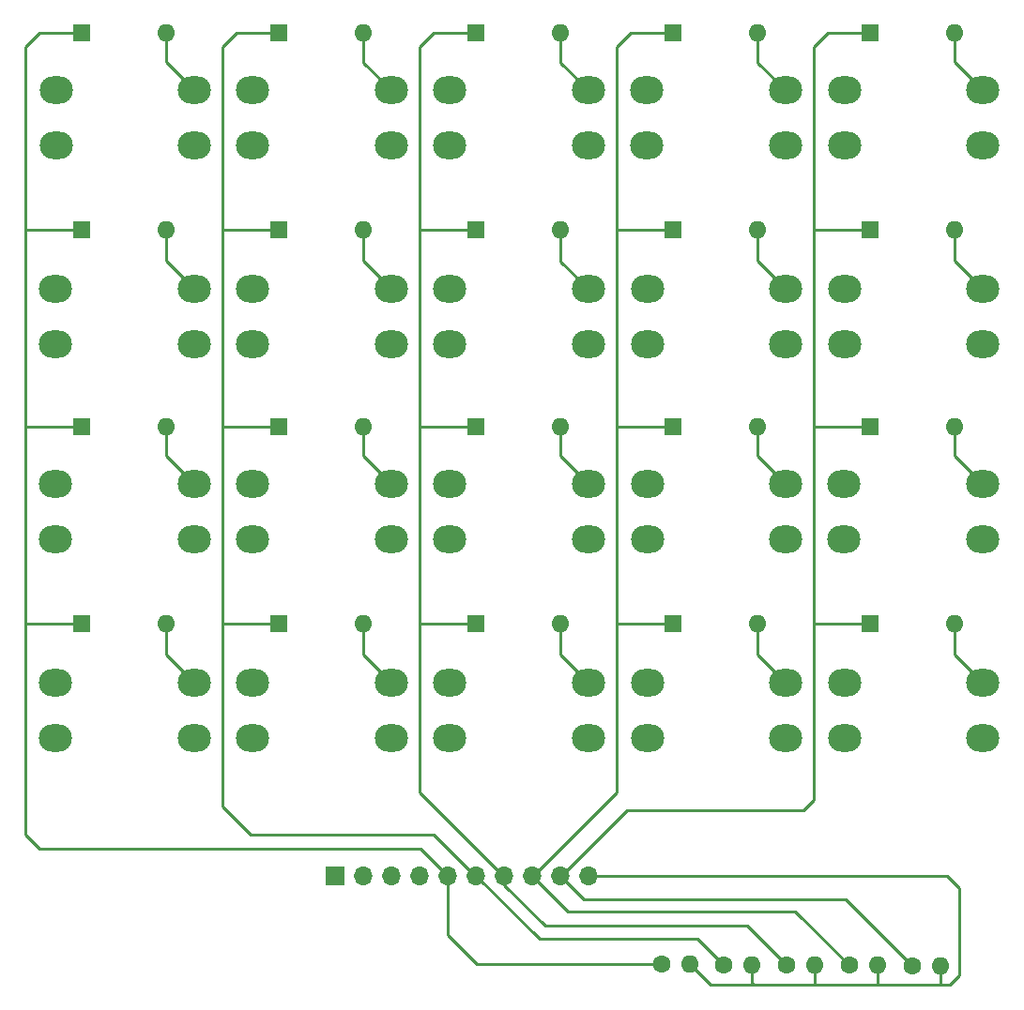
<source format=gbl>
G04 #@! TF.GenerationSoftware,KiCad,Pcbnew,7.0.6*
G04 #@! TF.CreationDate,2024-12-08T10:07:36-05:00*
G04 #@! TF.ProjectId,Keypad,4b657970-6164-42e6-9b69-6361645f7063,rev?*
G04 #@! TF.SameCoordinates,Original*
G04 #@! TF.FileFunction,Copper,L2,Bot*
G04 #@! TF.FilePolarity,Positive*
%FSLAX46Y46*%
G04 Gerber Fmt 4.6, Leading zero omitted, Abs format (unit mm)*
G04 Created by KiCad (PCBNEW 7.0.6) date 2024-12-08 10:07:36*
%MOMM*%
%LPD*%
G01*
G04 APERTURE LIST*
G04 #@! TA.AperFunction,ComponentPad*
%ADD10C,1.600000*%
G04 #@! TD*
G04 #@! TA.AperFunction,ComponentPad*
%ADD11O,1.600000X1.600000*%
G04 #@! TD*
G04 #@! TA.AperFunction,ComponentPad*
%ADD12O,3.000000X2.500000*%
G04 #@! TD*
G04 #@! TA.AperFunction,ComponentPad*
%ADD13R,1.600000X1.600000*%
G04 #@! TD*
G04 #@! TA.AperFunction,ComponentPad*
%ADD14R,1.700000X1.700000*%
G04 #@! TD*
G04 #@! TA.AperFunction,ComponentPad*
%ADD15O,1.700000X1.700000*%
G04 #@! TD*
G04 #@! TA.AperFunction,Conductor*
%ADD16C,0.250000*%
G04 #@! TD*
G04 APERTURE END LIST*
D10*
X204125000Y-111975000D03*
D11*
X206665000Y-111975000D03*
D12*
X204055000Y-55880000D03*
X191555000Y-55880000D03*
X204055000Y-50880000D03*
X191555000Y-50880000D03*
X186195000Y-55880000D03*
X173695000Y-55880000D03*
X186195000Y-50880000D03*
X173695000Y-50880000D03*
D13*
X140555000Y-27740000D03*
D11*
X148175000Y-27740000D03*
D13*
X158335000Y-45520000D03*
D11*
X165955000Y-45520000D03*
D12*
X186235000Y-91440000D03*
X173735000Y-91440000D03*
X186235000Y-86440000D03*
X173735000Y-86440000D03*
D13*
X211675000Y-27740000D03*
D11*
X219295000Y-27740000D03*
D12*
X221835000Y-91440000D03*
X209335000Y-91440000D03*
X221835000Y-86440000D03*
X209335000Y-86440000D03*
X168455000Y-91440000D03*
X155955000Y-91440000D03*
X168455000Y-86440000D03*
X155955000Y-86440000D03*
D13*
X193895000Y-81080000D03*
D11*
X201515000Y-81080000D03*
D12*
X186235000Y-73460000D03*
X173735000Y-73460000D03*
X186235000Y-68460000D03*
X173735000Y-68460000D03*
X221835000Y-55880000D03*
X209335000Y-55880000D03*
X221835000Y-50880000D03*
X209335000Y-50880000D03*
D10*
X215425000Y-112000000D03*
D11*
X217965000Y-112000000D03*
D10*
X198450000Y-111975000D03*
D11*
X200990000Y-111975000D03*
D13*
X176115000Y-81080000D03*
D11*
X183735000Y-81080000D03*
D13*
X211675000Y-81080000D03*
D11*
X219295000Y-81080000D03*
D13*
X193895000Y-27740000D03*
D11*
X201515000Y-27740000D03*
D12*
X186195000Y-37960000D03*
X173695000Y-37960000D03*
X186195000Y-32960000D03*
X173695000Y-32960000D03*
D13*
X211675000Y-45520000D03*
D11*
X219295000Y-45520000D03*
D13*
X140555000Y-45520000D03*
D11*
X148175000Y-45520000D03*
D12*
X150715000Y-37960000D03*
X138215000Y-37960000D03*
X150715000Y-32960000D03*
X138215000Y-32960000D03*
X203975000Y-37960000D03*
X191475000Y-37960000D03*
X203975000Y-32960000D03*
X191475000Y-32960000D03*
X168415000Y-37960000D03*
X155915000Y-37960000D03*
X168415000Y-32960000D03*
X155915000Y-32960000D03*
D10*
X192850000Y-111850000D03*
D11*
X195390000Y-111850000D03*
D12*
X150675000Y-73460000D03*
X138175000Y-73460000D03*
X150675000Y-68460000D03*
X138175000Y-68460000D03*
D13*
X176115000Y-27740000D03*
D11*
X183735000Y-27740000D03*
D13*
X158335000Y-27740000D03*
D11*
X165955000Y-27740000D03*
D12*
X168455000Y-73460000D03*
X155955000Y-73460000D03*
X168455000Y-68460000D03*
X155955000Y-68460000D03*
D13*
X211675000Y-63300000D03*
D11*
X219295000Y-63300000D03*
D13*
X176115000Y-63300000D03*
D11*
X183735000Y-63300000D03*
D14*
X163380000Y-103875000D03*
D15*
X165920000Y-103875000D03*
X168460000Y-103875000D03*
X171000000Y-103875000D03*
X173540000Y-103875000D03*
X176080000Y-103875000D03*
X178620000Y-103875000D03*
X181160000Y-103875000D03*
X183700000Y-103875000D03*
X186240000Y-103875000D03*
D13*
X158335000Y-63300000D03*
D11*
X165955000Y-63300000D03*
D13*
X140555000Y-63300000D03*
D11*
X148175000Y-63300000D03*
D13*
X176115000Y-45520000D03*
D11*
X183735000Y-45520000D03*
D12*
X204055000Y-91440000D03*
X191555000Y-91440000D03*
X204055000Y-86440000D03*
X191555000Y-86440000D03*
X168455000Y-55880000D03*
X155955000Y-55880000D03*
X168455000Y-50880000D03*
X155955000Y-50880000D03*
D13*
X193895000Y-63300000D03*
D11*
X201515000Y-63300000D03*
D13*
X140555000Y-81080000D03*
D11*
X148175000Y-81080000D03*
D10*
X209750000Y-111975000D03*
D11*
X212290000Y-111975000D03*
D12*
X150675000Y-91440000D03*
X138175000Y-91440000D03*
X150675000Y-86440000D03*
X138175000Y-86440000D03*
D13*
X158335000Y-81080000D03*
D11*
X165955000Y-81080000D03*
D13*
X193895000Y-45520000D03*
D11*
X201515000Y-45520000D03*
D12*
X221795000Y-73460000D03*
X209295000Y-73460000D03*
X221795000Y-68460000D03*
X209295000Y-68460000D03*
X221835000Y-37960000D03*
X209335000Y-37960000D03*
X221835000Y-32960000D03*
X209335000Y-32960000D03*
X204055000Y-73460000D03*
X191555000Y-73460000D03*
X204055000Y-68460000D03*
X191555000Y-68460000D03*
X150675000Y-55880000D03*
X138175000Y-55880000D03*
X150675000Y-50880000D03*
X138175000Y-50880000D03*
D16*
X207865000Y-27740000D02*
X211675000Y-27740000D01*
X185800000Y-105975000D02*
X209400000Y-105975000D01*
X206595000Y-29010000D02*
X207865000Y-27740000D01*
X209400000Y-105975000D02*
X215425000Y-112000000D01*
X206595000Y-45520000D02*
X206595000Y-29010000D01*
X205595000Y-98000000D02*
X206595000Y-97000000D01*
X183700000Y-103875000D02*
X183800000Y-103875000D01*
X206595000Y-63300000D02*
X211675000Y-63300000D01*
X183800000Y-103875000D02*
X189675000Y-98000000D01*
X206595000Y-81080000D02*
X206595000Y-97000000D01*
X206595000Y-63300000D02*
X206595000Y-45520000D01*
X206595000Y-45520000D02*
X211675000Y-45520000D01*
X206595000Y-81080000D02*
X206595000Y-63300000D01*
X189675000Y-98000000D02*
X205595000Y-98000000D01*
X206595000Y-81080000D02*
X211675000Y-81080000D01*
X183700000Y-103875000D02*
X185800000Y-105975000D01*
X219295000Y-27740000D02*
X219295000Y-30420000D01*
X219295000Y-30420000D02*
X221835000Y-32960000D01*
X219295000Y-45520000D02*
X219295000Y-48340000D01*
X219295000Y-48340000D02*
X221835000Y-50880000D01*
X219295000Y-63300000D02*
X219295000Y-65960000D01*
X219295000Y-65960000D02*
X221795000Y-68460000D01*
X219295000Y-81080000D02*
X219295000Y-83900000D01*
X219295000Y-83900000D02*
X221835000Y-86440000D01*
X188815000Y-81080000D02*
X188815000Y-63300000D01*
X188815000Y-63300000D02*
X193895000Y-63300000D01*
X204900000Y-107125000D02*
X209750000Y-111975000D01*
X181195000Y-103940000D02*
X188815000Y-96320000D01*
X188815000Y-45520000D02*
X188815000Y-29010000D01*
X188815000Y-29010000D02*
X190085000Y-27740000D01*
X181160000Y-103875000D02*
X184410000Y-107125000D01*
X188815000Y-81080000D02*
X193895000Y-81080000D01*
X188815000Y-63300000D02*
X188815000Y-45520000D01*
X188815000Y-45520000D02*
X193895000Y-45520000D01*
X184410000Y-107125000D02*
X204900000Y-107125000D01*
X188815000Y-96320000D02*
X188815000Y-81080000D01*
X190085000Y-27740000D02*
X193895000Y-27740000D01*
X201515000Y-27740000D02*
X201515000Y-30500000D01*
X201515000Y-30500000D02*
X203975000Y-32960000D01*
X201515000Y-48340000D02*
X204055000Y-50880000D01*
X201515000Y-45520000D02*
X201515000Y-48340000D01*
X201515000Y-65920000D02*
X204055000Y-68460000D01*
X201515000Y-63300000D02*
X201515000Y-65920000D01*
X201515000Y-81080000D02*
X201515000Y-83900000D01*
X201515000Y-83900000D02*
X204055000Y-86440000D01*
X171035000Y-63300000D02*
X171035000Y-45520000D01*
X182325000Y-108400000D02*
X200550000Y-108400000D01*
X200550000Y-108400000D02*
X204125000Y-111975000D01*
X176115000Y-63300000D02*
X171035000Y-63300000D01*
X172305000Y-27740000D02*
X176115000Y-27740000D01*
X171035000Y-81080000D02*
X171035000Y-63300000D01*
X178655000Y-103940000D02*
X171035000Y-96320000D01*
X178620000Y-104695000D02*
X182325000Y-108400000D01*
X171035000Y-29010000D02*
X172305000Y-27740000D01*
X176115000Y-45520000D02*
X171035000Y-45520000D01*
X171035000Y-96320000D02*
X171035000Y-81080000D01*
X178620000Y-103875000D02*
X178620000Y-104695000D01*
X176115000Y-81080000D02*
X171035000Y-81080000D01*
X171035000Y-45520000D02*
X171035000Y-29010000D01*
X183735000Y-27740000D02*
X183735000Y-30500000D01*
X183735000Y-30500000D02*
X186195000Y-32960000D01*
X183735000Y-48420000D02*
X186195000Y-50880000D01*
X183735000Y-45520000D02*
X183735000Y-48420000D01*
X183735000Y-63300000D02*
X183735000Y-65960000D01*
X183735000Y-65960000D02*
X186235000Y-68460000D01*
X183735000Y-81080000D02*
X183735000Y-83940000D01*
X183735000Y-83940000D02*
X186235000Y-86440000D01*
X153255000Y-81080000D02*
X158335000Y-81080000D01*
X155795000Y-100130000D02*
X153255000Y-97590000D01*
X176080000Y-103875000D02*
X181805000Y-109600000D01*
X153255000Y-45520000D02*
X158335000Y-45520000D01*
X153255000Y-81080000D02*
X153255000Y-63300000D01*
X158335000Y-27740000D02*
X154525000Y-27740000D01*
X153255000Y-45520000D02*
X153255000Y-29010000D01*
X153255000Y-97590000D02*
X153255000Y-81080000D01*
X196075000Y-109600000D02*
X198450000Y-111975000D01*
X153255000Y-63300000D02*
X153255000Y-45520000D01*
X181805000Y-109600000D02*
X196075000Y-109600000D01*
X176115000Y-103940000D02*
X172305000Y-100130000D01*
X153255000Y-63300000D02*
X158335000Y-63300000D01*
X172305000Y-100130000D02*
X155795000Y-100130000D01*
X153255000Y-29010000D02*
X154525000Y-27740000D01*
X165955000Y-27740000D02*
X165955000Y-30500000D01*
X165955000Y-30500000D02*
X168415000Y-32960000D01*
X165955000Y-48380000D02*
X168455000Y-50880000D01*
X165955000Y-45520000D02*
X165955000Y-48380000D01*
X165955000Y-65960000D02*
X168455000Y-68460000D01*
X165955000Y-63300000D02*
X165955000Y-65960000D01*
X165955000Y-83940000D02*
X168455000Y-86440000D01*
X165955000Y-81080000D02*
X165955000Y-83940000D01*
X173540000Y-109240000D02*
X176150000Y-111850000D01*
X140555000Y-81080000D02*
X135475000Y-81080000D01*
X171065000Y-101400000D02*
X173540000Y-103875000D01*
X135475000Y-29010000D02*
X135475000Y-45520000D01*
X135475000Y-81080000D02*
X135475000Y-100130000D01*
X135475000Y-63300000D02*
X135475000Y-81080000D01*
X140555000Y-27740000D02*
X136745000Y-27740000D01*
X173540000Y-103875000D02*
X173540000Y-109240000D01*
X140555000Y-45520000D02*
X135475000Y-45520000D01*
X176150000Y-111850000D02*
X192850000Y-111850000D01*
X135475000Y-100130000D02*
X136745000Y-101400000D01*
X140555000Y-63300000D02*
X135475000Y-63300000D01*
X136745000Y-101400000D02*
X171065000Y-101400000D01*
X135475000Y-45520000D02*
X135475000Y-63300000D01*
X136745000Y-27740000D02*
X135475000Y-29010000D01*
X148175000Y-30420000D02*
X150715000Y-32960000D01*
X148175000Y-27740000D02*
X148175000Y-30420000D01*
X148175000Y-48380000D02*
X150675000Y-50880000D01*
X148175000Y-45520000D02*
X148175000Y-48380000D01*
X148175000Y-65960000D02*
X150675000Y-68460000D01*
X148175000Y-63300000D02*
X148175000Y-65960000D01*
X148175000Y-81080000D02*
X148175000Y-83940000D01*
X148175000Y-83940000D02*
X150675000Y-86440000D01*
X212350000Y-113700000D02*
X206625000Y-113700000D01*
X200990000Y-111975000D02*
X200990000Y-113540000D01*
X206665000Y-111975000D02*
X206665000Y-113660000D01*
X217965000Y-113640000D02*
X218025000Y-113700000D01*
X212290000Y-113640000D02*
X212350000Y-113700000D01*
X197240000Y-113700000D02*
X195390000Y-111850000D01*
X218600000Y-103925000D02*
X219650000Y-104975000D01*
X200990000Y-113540000D02*
X201150000Y-113700000D01*
X206665000Y-113660000D02*
X206625000Y-113700000D01*
X219650000Y-104975000D02*
X219650000Y-112900000D01*
X186340000Y-103925000D02*
X218600000Y-103925000D01*
X206625000Y-113700000D02*
X201150000Y-113700000D01*
X218025000Y-113700000D02*
X212350000Y-113700000D01*
X218850000Y-113700000D02*
X218025000Y-113700000D01*
X186265000Y-103850000D02*
X186340000Y-103925000D01*
X212290000Y-111975000D02*
X212290000Y-113640000D01*
X217965000Y-112000000D02*
X217965000Y-113640000D01*
X201150000Y-113700000D02*
X197240000Y-113700000D01*
X219650000Y-112900000D02*
X218850000Y-113700000D01*
M02*

</source>
